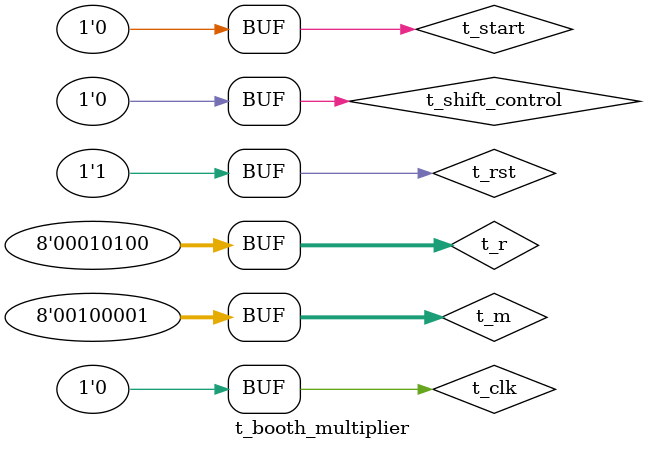
<source format=v>
module t_booth_multiplier; // module creation 2033
  wire[15:0] t_ans;  //wire for outputs 2033
  reg [7:0] t_m,t_r;   // reg for inputs 2033 
  reg t_clk,t_rst,t_shift_control;  // reg for clk and reset 2033
  reg t_start;
  wire ready;
  booth_multiplier m1(t_ans,t_m,t_r,t_clk,t_rst,t_start,t_ready);  // module instantion 2033
  initial begin  // applying inputs 2033
    t_clk=1'b0;   // 2033
    t_start=1'b0;
    t_shift_control=1'b0;  // 2033
    t_m=8'b0100001;  //33 input 2033
    t_r=8'b0010100;  //20 input 2033
    // reseting so module loads values 2033
    t_rst=1'b0; // 2033
    #5 t_rst=1'b1;  // 2033
    repeat(50) // 2033
    #5 t_clk = ~t_clk;  // 2033
  end // 2033
  initial begin   // shift control high for 8 cycles changes at -ve edge 2033
    #15 t_shift_control = 1'b1;  // 2033
    t_start=1'b1;
    #20 t_start=1'b0;
    #80 t_shift_control = 1'b0;   // 2033
  end  //2033
  initial begin
        //$monitor("a=%b,b=%b,sel=%b,out=%b",ta,tb,tsel,tout);
        $dumpfile("booth_multiplier.vcd"); //Specify the file where all the variables will be dumped.
        $dumpvars;
    end
endmodule //2033
</source>
